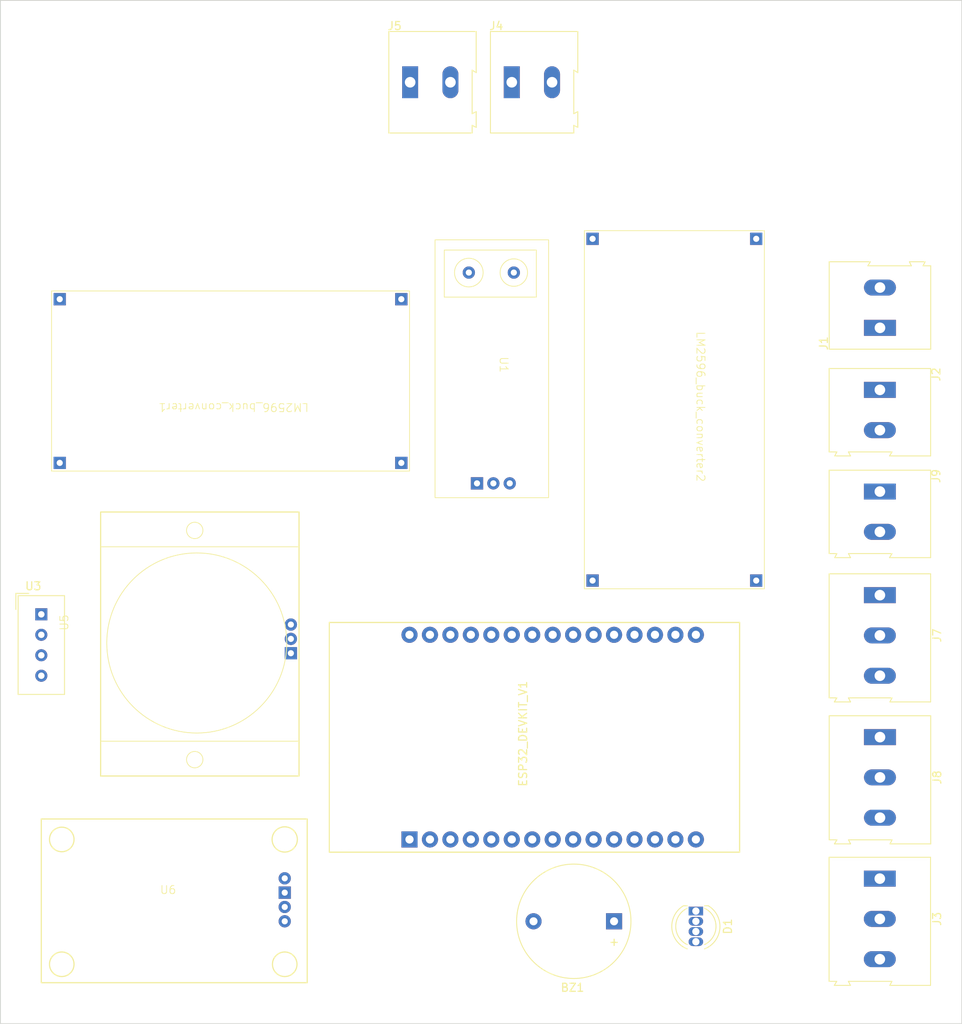
<source format=kicad_pcb>
(kicad_pcb (version 20221018) (generator pcbnew)
  (layers (0 "F.Cu" signal) (31 "B.Cu" signal) (36 "B.SilkS" user "B.Silkscreen") (37 "F.SilkS" user "F.Silkscreen") (38 "B.Mask" user) (39 "F.Mask" user) (44 "Edge.Cuts" user))
  (net 0 "")
  (net 1 "BUZZ")
  (net 2 "GND")
  (net 3 "RED")
  (net 4 "BLUE")
  (net 5 "GREEN")
  (net 9 "ACS")
  (net 11 "PIR")
  (net 12 "SDA")
  (net 15 "+3.3V")
  (net 16 "3V3")
  (net 19 "MQ2")
  (net 21 "DHT")
  (net 24 "RELAY")
  (net 25 "MISO")
  (net 29 "SCK")
  (net 30 "MOSI")
  (net 31 "5V")
  (net 32 "-5V")
  (net 33 "12V")
  (net 34 "IP+")
  (net 35 "+12V")
  (net 36 "-12V")
  (net 37 "3.3V")
  (net 38 "+5V")
  (footprint "DC-DC_Buck_Converter:LM2596_module" (layer "F.Cu") (at 254.889 53.975 -90)
    (fp_text reference "LM2596_buck_converter2" (at 21.844 7.922 -90 unlocked) (layer "F.SilkS") (effects (font (thickness 0.1))))
    (fp_text value "~")
    (fp_rect (start 0 0) (end 44.45 22.352) (stroke (width 0.1)) (fill none) (layer "F.SilkS"))
    (pad "1" thru_hole rect (at 1.016 1.016 270) (size 1.524 1.524) (drill 0.762) (layers "*.Cu" "*.Mask") (net 35 "+12V"))
    (pad "2" thru_hole rect (at 1.016 21.336 270) (size 1.524 1.524) (drill 0.762) (layers "*.Cu" "*.Mask") (net 36 "-12V"))
    (pad "3" thru_hole rect (at 43.434 1.016 270) (size 1.524 1.524) (drill 0.762) (layers "*.Cu" "*.Mask") (net 15 "+3.3V"))
    (pad "4" thru_hole rect (at 43.434 21.336 270) (size 1.524 1.524) (drill 0.762) (layers "*.Cu" "*.Mask") (net 2 "GND"))
  )
  (footprint "TerminalBlock:TerminalBlock_Altech_AK300-3_P5.00mm" (layer "F.Cu") (at 269.23 99.22 -90)
    (fp_text reference "J7" (at 5 -7.1 90) (layer "F.SilkS"))
    (fp_text value "RFID")
    (fp_line (start -2.65 -6.3) (end -2.65 6.3) (stroke (width 0.12)) (layer "F.SilkS"))
    (fp_line (start -2.65 6.3) (end 12.75 6.3) (stroke (width 0.12)) (layer "F.SilkS"))
    (fp_line (start 12.75 -1.5) (end 13.25 -1.25) (stroke (width 0.12)) (layer "F.SilkS"))
    (fp_line (start 12.75 3.9) (end 12.75 -1.5) (stroke (width 0.12)) (layer "F.SilkS"))
    (fp_line (start 12.75 5.35) (end 13.25 5.65) (stroke (width 0.12)) (layer "F.SilkS"))
    (fp_line (start 12.75 6.3) (end 12.75 5.35) (stroke (width 0.12)) (layer "F.SilkS"))
    (fp_line (start 13.25 -6.3) (end -2.65 -6.3) (stroke (width 0.12)) (layer "F.SilkS"))
    (fp_line (start 13.25 -1.25) (end 13.25 -6.3) (stroke (width 0.12)) (layer "F.SilkS"))
    (fp_line (start 13.25 3.65) (end 12.75 3.9) (stroke (width 0.12)) (layer "F.SilkS"))
    (fp_line (start 13.25 5.65) (end 13.25 3.65) (stroke (width 0.12)) (layer "F.SilkS"))
    (pad "1" thru_hole rect (at 0 0 270) (size 1.98 3.96) (drill 1.32) (layers "*.Cu" "*.Mask") (net 25 "MISO"))
    (pad "2" thru_hole oval (at 5 0 270) (size 1.98 3.96) (drill 1.32) (layers "*.Cu" "*.Mask") (net 30 "MOSI"))
    (pad "3" thru_hole oval (at 10 0 270) (size 1.98 3.96) (drill 1.32) (layers "*.Cu" "*.Mask") (net 29 "SCK"))
  )
  (footprint "esp32:MODULE_ESP32_DEVKIT_V1" (layer "F.Cu") (at 226.335 116.84 90)
    (fp_text reference "ESP32_DEVKIT_V1" (at 0.42 -1.425 90) (layer "F.SilkS"))
    (fp_text value "~")
    (fp_line (start -14.28 -25.475) (end -3.211 -25.475) (stroke (width 0.127)) (layer "F.SilkS"))
    (fp_line (start -14.28 -25.475) (end 14.23 -25.475) (stroke (width 0.127)) (layer "F.SilkS"))
    (fp_line (start -14.28 25.475) (end -14.28 -25.475) (stroke (width 0.127)) (layer "F.SilkS"))
    (fp_line (start -14.28 25.475) (end -14.28 -25.475) (stroke (width 0.127)) (layer "F.SilkS"))
    (fp_line (start -14.28 25.475) (end -8.91 25.475) (stroke (width 0.127)) (layer "F.SilkS"))
    (fp_line (start -8.91 25.475) (end 8.78 25.475) (stroke (width 0.127)) (layer "F.SilkS"))
    (fp_line (start -3.211 -25.475) (end 3.5 -25.475) (stroke (width 0.127)) (layer "F.SilkS"))
    (fp_line (start 3.5 -25.475) (end 14.23 -25.475) (stroke (width 0.127)) (layer "F.SilkS"))
    (fp_line (start 8.78 25.475) (end 14.23 25.475) (stroke (width 0.127)) (layer "F.SilkS"))
    (fp_line (start 14.23 -25.475) (end 14.23 25.475) (stroke (width 0.127)) (layer "F.SilkS"))
    (fp_line (start 14.23 -25.475) (end 14.23 25.475) (stroke (width 0.127)) (layer "F.SilkS"))
    (fp_line (start 14.23 25.475) (end -14.28 25.475) (stroke (width 0.127)) (layer "F.SilkS"))
    (pad "" np_thru_hole circle (at -12.28 -23.475 90) (size 3 3) (drill 3) (layers "*.Cu" "*.Mask"))
    (pad "" np_thru_hole circle (at -12.28 23.475 90) (size 3 3) (drill 3) (layers "*.Cu" "*.Mask"))
    (pad "" np_thru_hole circle (at 12.23 -23.475 90) (size 3 3) (drill 3) (layers "*.Cu" "*.Mask"))
    (pad "" np_thru_hole circle (at 12.23 23.475 90) (size 3 3) (drill 3) (layers "*.Cu" "*.Mask"))
    (pad "1" thru_hole rect (at -12.7 -15.515 90) (size 2 2) (drill 1.02) (layers "*.Cu" "*.Mask"))
    (pad "2" thru_hole circle (at -12.7 -12.975 90) (size 2 2) (drill 1.02) (layers "*.Cu" "*.Mask"))
    (pad "3" thru_hole circle (at -12.7 -10.435 90) (size 2 2) (drill 1.02) (layers "*.Cu" "*.Mask"))
    (pad "4" thru_hole circle (at -12.7 -7.895 90) (size 2 2) (drill 1.02) (layers "*.Cu" "*.Mask") (net 9 "ACS"))
    (pad "5" thru_hole circle (at -12.7 -5.355 90) (size 2 2) (drill 1.02) (layers "*.Cu" "*.Mask"))
    (pad "6" thru_hole circle (at -12.7 -2.815 90) (size 2 2) (drill 1.02) (layers "*.Cu" "*.Mask") (net 11 "PIR"))
    (pad "7" thru_hole circle (at -12.7 -0.275 90) (size 2 2) (drill 1.02) (layers "*.Cu" "*.Mask") (net 12 "SDA"))
    (pad "8" thru_hole circle (at -12.7 2.265 90) (size 2 2) (drill 1.02) (layers "*.Cu" "*.Mask") (net 1 "BUZZ"))
    (pad "9" thru_hole circle (at -12.7 4.805 90) (size 2 2) (drill 1.02) (layers "*.Cu" "*.Mask"))
    (pad "10" thru_hole circle (at -12.7 7.345 90) (size 2 2) (drill 1.02) (layers "*.Cu" "*.Mask"))
    (pad "11" thru_hole circle (at -12.7 9.885 90) (size 2 2) (drill 1.02) (layers "*.Cu" "*.Mask") (net 4 "BLUE"))
    (pad "12" thru_hole circle (at -12.7 12.425 90) (size 2 2) (drill 1.02) (layers "*.Cu" "*.Mask") (net 5 "GREEN"))
    (pad "13" thru_hole circle (at -12.7 14.965 90) (size 2 2) (drill 1.02) (layers "*.Cu" "*.Mask") (net 3 "RED"))
    (pad "14" thru_hole circle (at -12.7 17.505 90) (size 2 2) (drill 1.02) (layers "*.Cu" "*.Mask") (net 2 "GND"))
    (pad "15" thru_hole circle (at -12.7 20.045 90) (size 2 2) (drill 1.02) (layers "*.Cu" "*.Mask") (net 15 "+3.3V"))
    (pad "16" thru_hole circle (at 12.7 20.045 90) (size 2 2) (drill 1.02) (layers "*.Cu" "*.Mask") (net 16 "3V3"))
    (pad "17" thru_hole circle (at 12.7 17.505 90) (size 2 2) (drill 1.02) (layers "*.Cu" "*.Mask"))
    (pad "18" thru_hole circle (at 12.7 14.965 90) (size 2 2) (drill 1.02) (layers "*.Cu" "*.Mask"))
    (pad "19" thru_hole circle (at 12.7 12.425 90) (size 2 2) (drill 1.02) (layers "*.Cu" "*.Mask") (net 19 "MQ2"))
    (pad "20" thru_hole circle (at 12.7 9.885 90) (size 2 2) (drill 1.02) (layers "*.Cu" "*.Mask"))
    (pad "21" thru_hole circle (at 12.7 7.345 90) (size 2 2) (drill 1.02) (layers "*.Cu" "*.Mask") (net 21 "DHT"))
    (pad "22" thru_hole circle (at 12.7 4.805 90) (size 2 2) (drill 1.02) (layers "*.Cu" "*.Mask"))
    (pad "23" thru_hole circle (at 12.7 2.265 90) (size 2 2) (drill 1.02) (layers "*.Cu" "*.Mask"))
    (pad "24" thru_hole circle (at 12.7 -0.275 90) (size 2 2) (drill 1.02) (layers "*.Cu" "*.Mask") (net 24 "RELAY"))
    (pad "25" thru_hole circle (at 12.7 -2.815 90) (size 2 2) (drill 1.02) (layers "*.Cu" "*.Mask") (net 25 "MISO"))
    (pad "26" thru_hole circle (at 12.7 -5.355 90) (size 2 2) (drill 1.02) (layers "*.Cu" "*.Mask"))
    (pad "27" thru_hole circle (at 12.7 -7.895 90) (size 2 2) (drill 1.02) (layers "*.Cu" "*.Mask"))
    (pad "28" thru_hole circle (at 12.7 -10.435 90) (size 2 2) (drill 1.02) (layers "*.Cu" "*.Mask"))
    (pad "29" thru_hole circle (at 12.7 -12.975 90) (size 2 2) (drill 1.02) (layers "*.Cu" "*.Mask") (net 29 "SCK"))
    (pad "30" thru_hole circle (at 12.7 -15.515 90) (size 2 2) (drill 1.02) (layers "*.Cu" "*.Mask") (net 30 "MOSI"))
  )
  (footprint "TerminalBlock:TerminalBlock_Altech_AK300-2_P5.00mm" (layer "F.Cu") (at 269.24 66.04 90)
    (fp_text reference "J1" (at -1.92 -6.99 90) (layer "F.SilkS"))
    (fp_text value "Fan")
    (fp_line (start -2.65 -6.3) (end -2.65 6.3) (stroke (width 0.12)) (layer "F.SilkS"))
    (fp_line (start -2.65 6.3) (end 7.7 6.3) (stroke (width 0.12)) (layer "F.SilkS"))
    (fp_line (start 7.7 -1.5) (end 8.2 -1.2) (stroke (width 0.12)) (layer "F.SilkS"))
    (fp_line (start 7.7 3.9) (end 7.7 -1.5) (stroke (width 0.12)) (layer "F.SilkS"))
    (fp_line (start 7.7 5.35) (end 8.2 5.6) (stroke (width 0.12)) (layer "F.SilkS"))
    (fp_line (start 7.7 6.3) (end 7.7 5.35) (stroke (width 0.12)) (layer "F.SilkS"))
    (fp_line (start 8.2 -6.3) (end -2.65 -6.3) (stroke (width 0.12)) (layer "F.SilkS"))
    (fp_line (start 8.2 -1.2) (end 8.2 -6.3) (stroke (width 0.12)) (layer "F.SilkS"))
    (fp_line (start 8.2 3.65) (end 7.7 3.9) (stroke (width 0.12)) (layer "F.SilkS"))
    (fp_line (start 8.2 3.7) (end 8.2 3.65) (stroke (width 0.12)) (layer "F.SilkS"))
    (fp_line (start 8.2 5.6) (end 8.2 3.7) (stroke (width 0.12)) (layer "F.SilkS"))
    (pad "1" thru_hole rect (at 0 0 90) (size 1.98 3.96) (drill 1.32) (layers "*.Cu" "*.Mask") (net 31 "5V"))
    (pad "2" thru_hole oval (at 5 0 90) (size 1.98 3.96) (drill 1.32) (layers "*.Cu" "*.Mask") (net 32 "-5V"))
  )
  (footprint "TerminalBlock:TerminalBlock_Altech_AK300-3_P5.00mm" (layer "F.Cu") (at 269.24 116.84 -90)
    (fp_text reference "J8" (at 5 -7.1 90) (layer "F.SilkS"))
    (fp_text value "RFID")
    (fp_line (start -2.65 -6.3) (end -2.65 6.3) (stroke (width 0.12)) (layer "F.SilkS"))
    (fp_line (start -2.65 6.3) (end 12.75 6.3) (stroke (width 0.12)) (layer "F.SilkS"))
    (fp_line (start 12.75 -1.5) (end 13.25 -1.25) (stroke (width 0.12)) (layer "F.SilkS"))
    (fp_line (start 12.75 3.9) (end 12.75 -1.5) (stroke (width 0.12)) (layer "F.SilkS"))
    (fp_line (start 12.75 5.35) (end 13.25 5.65) (stroke (width 0.12)) (layer "F.SilkS"))
    (fp_line (start 12.75 6.3) (end 12.75 5.35) (stroke (width 0.12)) (layer "F.SilkS"))
    (fp_line (start 13.25 -6.3) (end -2.65 -6.3) (stroke (width 0.12)) (layer "F.SilkS"))
    (fp_line (start 13.25 -1.25) (end 13.25 -6.3) (stroke (width 0.12)) (layer "F.SilkS"))
    (fp_line (start 13.25 3.65) (end 12.75 3.9) (stroke (width 0.12)) (layer "F.SilkS"))
    (fp_line (start 13.25 5.65) (end 13.25 3.65) (stroke (width 0.12)) (layer "F.SilkS"))
    (pad "1" thru_hole rect (at 0 0 270) (size 1.98 3.96) (drill 1.32) (layers "*.Cu" "*.Mask") (net 12 "SDA"))
    (pad "2" thru_hole oval (at 5 0 270) (size 1.98 3.96) (drill 1.32) (layers "*.Cu" "*.Mask") (net 37 "3.3V"))
    (pad "3" thru_hole oval (at 10 0 270) (size 1.98 3.96) (drill 1.32) (layers "*.Cu" "*.Mask") (net 2 "GND"))
  )
  (footprint "Sensor_motion_PIR:PIR_HC-S501" (layer "F.Cu") (at 177.8 101.6 90)
    (fp_text reference "U5" (at -1.016 -9.858 90 unlocked) (layer "F.SilkS") (effects (font (thickness 0.1))))
    (fp_text value "PIR")
    (fp_line (start -15.748 -5.334) (end -15.748 19.304) (stroke (width 0.1)) (layer "F.SilkS"))
    (fp_line (start 8.382 -5.334) (end 8.382 19.304) (stroke (width 0.1)) (layer "F.SilkS"))
    (fp_rect (start -20.066 -5.334) (end 12.7 19.304) (stroke (width 0.15)) (fill none) (layer "F.SilkS"))
    (fp_circle (center -18.034 6.35) (end -18.034 5.334) (stroke (width 0.1)) (fill none) (layer "F.SilkS"))
    (fp_circle (center -3.556 6.604) (end -3.556 -4.572) (stroke (width 0.1)) (fill none) (layer "F.SilkS"))
    (fp_circle (center 10.414 6.35) (end 10.414 5.334) (stroke (width 0.1)) (fill none) (layer "F.SilkS"))
    (pad "1" thru_hole rect (at -4.826 18.288 90) (size 1.524 1.524) (drill 0.762) (layers "*.Cu" "*.Mask") (net 2 "GND"))
    (pad "2" thru_hole circle (at -3.048 18.288 90) (size 1.524 1.524) (drill 0.762) (layers "*.Cu" "*.Mask") (net 11 "PIR"))
    (pad "3" thru_hole circle (at -1.27 18.288 90) (size 1.524 1.524) (drill 0.762) (layers "*.Cu" "*.Mask") (net 16 "3V3"))
  )
  (footprint "TerminalBlock:TerminalBlock_Altech_AK300-2_P5.00mm" (layer "F.Cu") (at 269.23 73.74 -90)
    (fp_text reference "J2" (at -1.92 -6.99 90) (layer "F.SilkS"))
    (fp_text value "LCD")
    (fp_line (start -2.65 -6.3) (end -2.65 6.3) (stroke (width 0.12)) (layer "F.SilkS"))
    (fp_line (start -2.65 6.3) (end 7.7 6.3) (stroke (width 0.12)) (layer "F.SilkS"))
    (fp_line (start 7.7 -1.5) (end 8.2 -1.2) (stroke (width 0.12)) (layer "F.SilkS"))
    (fp_line (start 7.7 3.9) (end 7.7 -1.5) (stroke (width 0.12)) (layer "F.SilkS"))
    (fp_line (start 7.7 5.35) (end 8.2 5.6) (stroke (width 0.12)) (layer "F.SilkS"))
    (fp_line (start 7.7 6.3) (end 7.7 5.35) (stroke (width 0.12)) (layer "F.SilkS"))
    (fp_line (start 8.2 -6.3) (end -2.65 -6.3) (stroke (width 0.12)) (layer "F.SilkS"))
    (fp_line (start 8.2 -1.2) (end 8.2 -6.3) (stroke (width 0.12)) (layer "F.SilkS"))
    (fp_line (start 8.2 3.65) (end 7.7 3.9) (stroke (width 0.12)) (layer "F.SilkS"))
    (fp_line (start 8.2 3.7) (end 8.2 3.65) (stroke (width 0.12)) (layer "F.SilkS"))
    (fp_line (start 8.2 5.6) (end 8.2 3.7) (stroke (width 0.12)) (layer "F.SilkS"))
    (pad "1" thru_hole rect (at 0 0 270) (size 1.98 3.96) (drill 1.32) (layers "*.Cu" "*.Mask") (net 31 "5V"))
    (pad "2" thru_hole oval (at 5 0 270) (size 1.98 3.96) (drill 1.32) (layers "*.Cu" "*.Mask") (net 32 "-5V"))
  )
  (footprint "TerminalBlock:TerminalBlock_Altech_AK300-2_P5.00mm" (layer "F.Cu") (at 269.23 86.36 -90)
    (fp_text reference "J9" (at -1.92 -6.99 90) (layer "F.SilkS"))
    (fp_text value "LCD ")
    (fp_line (start -2.65 -6.3) (end -2.65 6.3) (stroke (width 0.12)) (layer "F.SilkS"))
    (fp_line (start -2.65 6.3) (end 7.7 6.3) (stroke (width 0.12)) (layer "F.SilkS"))
    (fp_line (start 7.7 -1.5) (end 8.2 -1.2) (stroke (width 0.12)) (layer "F.SilkS"))
    (fp_line (start 7.7 3.9) (end 7.7 -1.5) (stroke (width 0.12)) (layer "F.SilkS"))
    (fp_line (start 7.7 5.35) (end 8.2 5.6) (stroke (width 0.12)) (layer "F.SilkS"))
    (fp_line (start 7.7 6.3) (end 7.7 5.35) (stroke (width 0.12)) (layer "F.SilkS"))
    (fp_line (start 8.2 -6.3) (end -2.65 -6.3) (stroke (width 0.12)) (layer "F.SilkS"))
    (fp_line (start 8.2 -1.2) (end 8.2 -6.3) (stroke (width 0.12)) (layer "F.SilkS"))
    (fp_line (start 8.2 3.65) (end 7.7 3.9) (stroke (width 0.12)) (layer "F.SilkS"))
    (fp_line (start 8.2 3.7) (end 8.2 3.65) (stroke (width 0.12)) (layer "F.SilkS"))
    (fp_line (start 8.2 5.6) (end 8.2 3.7) (stroke (width 0.12)) (layer "F.SilkS"))
    (pad "1" thru_hole rect (at 0 0 270) (size 1.98 3.96) (drill 1.32) (layers "*.Cu" "*.Mask") (net 12 "SDA"))
    (pad "2" thru_hole oval (at 5 0 270) (size 1.98 3.96) (drill 1.32) (layers "*.Cu" "*.Mask") (net 29 "SCK"))
  )
  (footprint "TerminalBlock:TerminalBlock_Altech_AK300-3_P5.00mm" (layer "F.Cu") (at 269.22 134.405 -90)
    (fp_text reference "J3" (at 5 -7.1 90) (layer "F.SilkS"))
    (fp_text value "EM LOCK")
    (fp_line (start -2.65 -6.3) (end -2.65 6.3) (stroke (width 0.12)) (layer "F.SilkS"))
    (fp_line (start -2.65 6.3) (end 12.75 6.3) (stroke (width 0.12)) (layer "F.SilkS"))
    (fp_line (start 12.75 -1.5) (end 13.25 -1.25) (stroke (width 0.12)) (layer "F.SilkS"))
    (fp_line (start 12.75 3.9) (end 12.75 -1.5) (stroke (width 0.12)) (layer "F.SilkS"))
    (fp_line (start 12.75 5.35) (end 13.25 5.65) (stroke (width 0.12)) (layer "F.SilkS"))
    (fp_line (start 12.75 6.3) (end 12.75 5.35) (stroke (width 0.12)) (layer "F.SilkS"))
    (fp_line (start 13.25 -6.3) (end -2.65 -6.3) (stroke (width 0.12)) (layer "F.SilkS"))
    (fp_line (start 13.25 -1.25) (end 13.25 -6.3) (stroke (width 0.12)) (layer "F.SilkS"))
    (fp_line (start 13.25 3.65) (end 12.75 3.9) (stroke (width 0.12)) (layer "F.SilkS"))
    (fp_line (start 13.25 5.65) (end 13.25 3.65) (stroke (width 0.12)) (layer "F.SilkS"))
    (pad "1" thru_hole rect (at 0 0 270) (size 1.98 3.96) (drill 1.32) (layers "*.Cu" "*.Mask") (net 33 "12V"))
    (pad "2" thru_hole oval (at 5 0 270) (size 1.98 3.96) (drill 1.32) (layers "*.Cu" "*.Mask") (net 2 "GND"))
    (pad "3" thru_hole oval (at 10 0 270) (size 1.98 3.96) (drill 1.32) (layers "*.Cu" "*.Mask") (net 24 "RELAY"))
  )
  (footprint "Sensor_Gas:MQ2" (layer "F.Cu") (at 165.1 127)
    (fp_text reference "U6" (at 15.742 8.802 unlocked) (layer "F.SilkS") (effects (font (thickness 0.1))))
    (fp_text value "MQ2")
    (fp_rect (start 0 0) (end 33.02 20.32) (stroke (width 0.15)) (fill none) (layer "F.SilkS"))
    (fp_circle (center 2.54 2.54) (end 2.54 1.016) (stroke (width 0.15)) (fill none) (layer "F.SilkS"))
    (fp_circle (center 2.54 18.034) (end 2.54 16.51) (stroke (width 0.15)) (fill none) (layer "F.SilkS"))
    (fp_circle (center 30.226 2.54) (end 31.334763 3.648763) (stroke (width 0.15)) (fill none) (layer "F.SilkS"))
    (fp_circle (center 30.226 18.034) (end 31.75 18.034) (stroke (width 0.15)) (fill none) (layer "F.SilkS"))
    (pad "1" thru_hole circle (at 30.226 7.366) (size 1.524 1.524) (drill 0.762) (layers "*.Cu" "*.Mask") (net 16 "3V3"))
    (pad "2" thru_hole rect (at 30.226 9.144) (size 1.524 1.524) (drill 0.762) (layers "*.Cu" "*.Mask") (net 2 "GND"))
    (pad "3" thru_hole circle (at 30.226 10.922) (size 1.524 1.524) (drill 0.762) (layers "*.Cu" "*.Mask"))
    (pad "4" thru_hole circle (at 30.226 12.7) (size 1.524 1.524) (drill 0.762) (layers "*.Cu" "*.Mask") (net 19 "MQ2"))
  )
  (footprint "Buzzer_Beeper:Buzzer_D14mm_H7mm_P10mm" (layer "F.Cu") (at 236.22 139.7 180)
    (fp_text reference "BZ1" (at 5.16 -8.23) (layer "F.SilkS"))
    (fp_text value "Buzzer")
    (fp_text user "+" (at -0.01 -2.54) (layer "F.SilkS"))
    (fp_circle (center 5 0) (end 12.1 0) (stroke (width 0.12)) (fill none) (layer "F.SilkS"))
    (pad "1" thru_hole rect (at 0 0 180) (size 2 2) (drill 1) (layers "*.Cu" "*.Mask") (net 1 "BUZZ"))
    (pad "2" thru_hole circle (at 10 0 180) (size 2 2) (drill 1) (layers "*.Cu" "*.Mask") (net 2 "GND"))
  )
  (footprint "TerminalBlock:TerminalBlock_Altech_AK300-2_P5.00mm" (layer "F.Cu") (at 223.52 35.56)
    (fp_text reference "J4" (at -1.92 -6.99) (layer "F.SilkS"))
    (fp_text value "ACS712 Signal")
    (fp_line (start -2.65 -6.3) (end -2.65 6.3) (stroke (width 0.12)) (layer "F.SilkS"))
    (fp_line (start -2.65 6.3) (end 7.7 6.3) (stroke (width 0.12)) (layer "F.SilkS"))
    (fp_line (start 7.7 -1.5) (end 8.2 -1.2) (stroke (width 0.12)) (layer "F.SilkS"))
    (fp_line (start 7.7 3.9) (end 7.7 -1.5) (stroke (width 0.12)) (layer "F.SilkS"))
    (fp_line (start 7.7 5.35) (end 8.2 5.6) (stroke (width 0.12)) (layer "F.SilkS"))
    (fp_line (start 7.7 6.3) (end 7.7 5.35) (stroke (width 0.12)) (layer "F.SilkS"))
    (fp_line (start 8.2 -6.3) (end -2.65 -6.3) (stroke (width 0.12)) (layer "F.SilkS"))
    (fp_line (start 8.2 -1.2) (end 8.2 -6.3) (stroke (width 0.12)) (layer "F.SilkS"))
    (fp_line (start 8.2 3.65) (end 7.7 3.9) (stroke (width 0.12)) (layer "F.SilkS"))
    (fp_line (start 8.2 3.7) (end 8.2 3.65) (stroke (width 0.12)) (layer "F.SilkS"))
    (fp_line (start 8.2 5.6) (end 8.2 3.7) (stroke (width 0.12)) (layer "F.SilkS"))
    (pad "1" thru_hole rect (at 0 0) (size 1.98 3.96) (drill 1.32) (layers "*.Cu" "*.Mask") (net 34 "IP+"))
    (pad "2" thru_hole oval (at 5 0) (size 1.98 3.96) (drill 1.32) (layers "*.Cu" "*.Mask") (net 36 "-12V"))
  )
  (footprint "DC-DC_Buck_Converter:LM2596_module" (layer "F.Cu") (at 210.82 83.82 180)
    (fp_text reference "LM2596_buck_converter1" (at 21.844 7.922 180 unlocked) (layer "F.SilkS") (effects (font (thickness 0.1))))
    (fp_text value "~")
    (fp_rect (start 0 0) (end 44.45 22.352) (stroke (width 0.1)) (fill none) (layer "F.SilkS"))
    (pad "1" thru_hole rect (at 1.016 1.016 180) (size 1.524 1.524) (drill 0.762) (layers "*.Cu" "*.Mask") (net 35 "+12V"))
    (pad "2" thru_hole rect (at 1.016 21.336 180) (size 1.524 1.524) (drill 0.762) (layers "*.Cu" "*.Mask") (net 36 "-12V"))
    (pad "3" thru_hole rect (at 43.434 1.016 180) (size 1.524 1.524) (drill 0.762) (layers "*.Cu" "*.Mask") (net 38 "+5V"))
    (pad "4" thru_hole rect (at 43.434 21.336 180) (size 1.524 1.524) (drill 0.762) (layers "*.Cu" "*.Mask") (net 2 "GND"))
  )
  (footprint "Sensor:Aosong_DHT11_5.5x12.0_P2.54mm" (layer "F.Cu") (at 165.1 101.6)
    (fp_text reference "U3" (at -1 -3.5) (layer "F.SilkS"))
    (fp_text value "DHT11")
    (fp_line (start -3.16 -2.6) (end -3.16 -0.6) (stroke (width 0.12)) (layer "F.SilkS"))
    (fp_line (start -3.16 -2.6) (end -1.55 -2.6) (stroke (width 0.12)) (layer "F.SilkS"))
    (fp_line (start -2.88 9.94) (end -2.88 -2.31) (stroke (width 0.12)) (layer "F.SilkS"))
    (fp_line (start -2.87 -2.32) (end 2.87 -2.32) (stroke (width 0.12)) (layer "F.SilkS"))
    (fp_line (start 2.88 -2.32) (end 2.88 9.94) (stroke (width 0.12)) (layer "F.SilkS"))
    (fp_line (start 2.88 9.94) (end -2.88 9.94) (stroke (width 0.12)) (layer "F.SilkS"))
    (pad "1" thru_hole rect (at 0 0) (size 1.5 1.5) (drill 0.8) (layers "*.Cu" "*.Mask") (net 16 "3V3"))
    (pad "2" thru_hole circle (at 0 2.54) (size 1.5 1.5) (drill 0.8) (layers "*.Cu" "*.Mask") (net 21 "DHT"))
    (pad "3" thru_hole circle (at 0 5.08) (size 1.5 1.5) (drill 0.8) (layers "*.Cu" "*.Mask"))
    (pad "4" thru_hole circle (at 0 7.62) (size 1.5 1.5) (drill 0.8) (layers "*.Cu" "*.Mask") (net 2 "GND"))
  )
  (footprint "TerminalBlock:TerminalBlock_Altech_AK300-2_P5.00mm" (layer "F.Cu") (at 210.9 35.56)
    (fp_text reference "J5" (at -1.92 -6.99) (layer "F.SilkS"))
    (fp_text value "Power In")
    (fp_line (start -2.65 -6.3) (end -2.65 6.3) (stroke (width 0.12)) (layer "F.SilkS"))
    (fp_line (start -2.65 6.3) (end 7.7 6.3) (stroke (width 0.12)) (layer "F.SilkS"))
    (fp_line (start 7.7 -1.5) (end 8.2 -1.2) (stroke (width 0.12)) (layer "F.SilkS"))
    (fp_line (start 7.7 3.9) (end 7.7 -1.5) (stroke (width 0.12)) (layer "F.SilkS"))
    (fp_line (start 7.7 5.35) (end 8.2 5.6) (stroke (width 0.12)) (layer "F.SilkS"))
    (fp_line (start 7.7 6.3) (end 7.7 5.35) (stroke (width 0.12)) (layer "F.SilkS"))
    (fp_line (start 8.2 -6.3) (end -2.65 -6.3) (stroke (width 0.12)) (layer "F.SilkS"))
    (fp_line (start 8.2 -1.2) (end 8.2 -6.3) (stroke (width 0.12)) (layer "F.SilkS"))
    (fp_line (start 8.2 3.65) (end 7.7 3.9) (stroke (width 0.12)) (layer "F.SilkS"))
    (fp_line (start 8.2 3.7) (end 8.2 3.65) (stroke (width 0.12)) (layer "F.SilkS"))
    (fp_line (start 8.2 5.6) (end 8.2 3.7) (stroke (width 0.12)) (layer "F.SilkS"))
    (pad "1" thru_hole rect (at 0 0) (size 1.98 3.96) (drill 1.32) (layers "*.Cu" "*.Mask") (net 35 "+12V"))
    (pad "2" thru_hole oval (at 5 0) (size 1.98 3.96) (drill 1.32) (layers "*.Cu" "*.Mask") (net 36 "-12V"))
  )
  (footprint "LED_THT:LED_D5.0mm-4_RGB" (layer "F.Cu") (at 246.38 138.43 -90)
    (fp_text reference "D1" (at 1.905 -3.96 90) (layer "F.SilkS"))
    (fp_text value "LED_RGBK")
    (fp_line (start -0.655 -1.545) (end -0.655 -1.08) (stroke (width 0.12)) (layer "F.SilkS"))
    (fp_line (start -0.655 1.08) (end -0.655 1.545) (stroke (width 0.12)) (layer "F.SilkS"))
    (fp_arc (start -0.655 -1.54483) (mid 2.163456 -2.978809) (end 4.692815 -1.080827) (stroke (width 0.12)) (layer "F.SilkS"))
    (fp_arc (start -0.349684 -1.08) (mid 1.904762 -2.5) (end 4.159479 -1.080429) (stroke (width 0.12)) (layer "F.SilkS"))
    (fp_arc (start 4.159479 1.080429) (mid 1.904762 2.5) (end -0.349684 1.08) (stroke (width 0.12)) (layer "F.SilkS"))
    (fp_arc (start 4.692815 1.080827) (mid 2.163456 2.978808) (end -0.655 1.54483) (stroke (width 0.12)) (layer "F.SilkS"))
    (pad "1" thru_hole rect (at 0 0 270) (size 1.07 1.8) (drill 0.9) (layers "*.Cu" "*.Mask") (net 3 "RED"))
    (pad "2" thru_hole oval (at 1.27 0 270) (size 1.07 1.8) (drill 0.9) (layers "*.Cu" "*.Mask") (net 4 "BLUE"))
    (pad "3" thru_hole oval (at 2.54 0 270) (size 1.07 1.8) (drill 0.9) (layers "*.Cu" "*.Mask") (net 5 "GREEN"))
    (pad "4" thru_hole oval (at 3.81 0 270) (size 1.07 1.8) (drill 0.9) (layers "*.Cu" "*.Mask") (net 2 "GND"))
  )
  (footprint "Sensor_Current:ACS712_5B" (layer "F.Cu") (at 228.092 55.118 -90)
    (fp_text reference "U1" (at 15.494 5.562 -90 unlocked) (layer "F.SilkS") (effects (font (thickness 0.1))))
    (fp_text value "ACS712")
    (fp_rect (start 0 0) (end 32.004 14.097) (stroke (width 0.1)) (fill none) (layer "F.SilkS"))
    (fp_rect (start 1.27 1.524) (end 7.112 12.954) (stroke (width 0.1)) (fill none) (layer "F.SilkS"))
    (fp_circle (center 4.064 4.318) (end 4.826 5.842) (stroke (width 0.1)) (fill none) (layer "F.SilkS"))
    (fp_circle (center 4.064 9.906) (end 4.064 8.128) (stroke (width 0.1)) (fill none) (layer "F.SilkS"))
    (pad "1" thru_hole circle (at 30.226 4.826 270) (size 1.524 1.524) (drill 0.762) (layers "*.Cu" "*.Mask") (net 38 "+5V"))
    (pad "2" thru_hole circle (at 30.226 6.858 270) (size 1.524 1.524) (drill 0.762) (layers "*.Cu" "*.Mask") (net 9 "ACS"))
    (pad "3" thru_hole rect (at 30.226 8.89 270) (size 1.524 1.524) (drill 0.762) (layers "*.Cu" "*.Mask") (net 2 "GND"))
    (pad "4" thru_hole circle (at 4.064 4.318 270) (size 1.524 1.524) (drill 0.762) (layers "*.Cu" "*.Mask"))
    (pad "5" thru_hole circle (at 4.064 9.906 270) (size 1.524 1.524) (drill 0.762) (layers "*.Cu" "*.Mask"))
  )
  (gr_rect (start 160.02 25.4) (end 279.4 152.4) (stroke (width 0.1)) (fill none) (layer "Edge.Cuts"))
)
</source>
